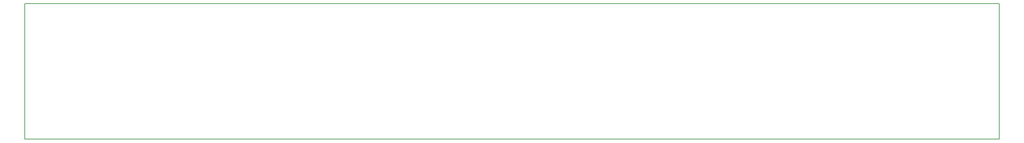
<source format=gbr>
%TF.GenerationSoftware,KiCad,Pcbnew,9.0.6*%
%TF.CreationDate,2025-11-21T10:46:43+01:00*%
%TF.ProjectId,psurail,70737572-6169-46c2-9e6b-696361645f70,rev?*%
%TF.SameCoordinates,Original*%
%TF.FileFunction,Profile,NP*%
%FSLAX46Y46*%
G04 Gerber Fmt 4.6, Leading zero omitted, Abs format (unit mm)*
G04 Created by KiCad (PCBNEW 9.0.6) date 2025-11-21 10:46:43*
%MOMM*%
%LPD*%
G01*
G04 APERTURE LIST*
%TA.AperFunction,Profile*%
%ADD10C,0.200000*%
%TD*%
G04 APERTURE END LIST*
D10*
X22840000Y-20455000D02*
X272840000Y-20455000D01*
X272840000Y-55455000D01*
X22840000Y-55455000D01*
X22840000Y-20455000D01*
M02*

</source>
